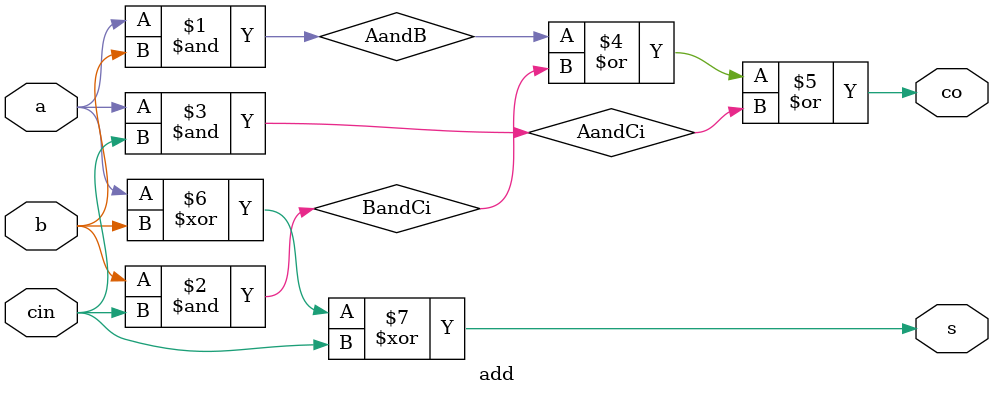
<source format=sv>
/*************************************************************************************************************
*
*  Copyright 2021 BYU Configurable Computing Lab
*
*  Permission is hereby granted, free of charge, to any person obtaining a copy of this software and 
*  associated documentation files (the "Software"), to deal in the Software without restriction, including 
*  without limitation the rights to use, copy, modify, merge, publish, distribute, sublicense, and/or sell 
*  copies of the Software, and to permit persons to whom the Software is furnished to do so, subject to the 
*  following conditions:
*
*  The above copyright notice and this permission notice shall be included in all copies or substantial 
*  portions of the Software.
*
*  THE SOFTWARE IS PROVIDED "AS IS", WITHOUT WARRANTY OF ANY KIND, EXPRESS OR IMPLIED, INCLUDING BUT NOT 
*  LIMITED TO THE WARRANTIES OF MERCHANTABILITY, FITNESS FOR A PARTICULAR PURPOSE AND NONINFRINGEMENT. IN NO 
*  EVENT SHALL THE AUTHORS OR COPYRIGHT HOLDERS BE LIABLE FOR ANY CLAIM, DAMAGES OR OTHER LIABILITY, WHETHER 
*  IN AN ACTION OF CONTRACT, TORT OR OTHERWISE, ARISING FROM, OUT OF OR IN CONNECTION WITH THE SOFTWARE OR 
*  THE USE OR OTHER DEALINGS IN THE SOFTWARE.
*
**************************************************************************************************************/

/*************************************************************************************************************
*
*  Module Description: A single bit adder
*
**************************************************************************************************************/

`default_nettype none
module add(
    input wire logic a,
    input wire logic b,
    input wire logic cin,
    output logic co,
    output logic s
    );
    
    logic AandB, BandCi, AandCi;
    
    and(AandB, a, b);
    and(BandCi, b, cin);
    and(AandCi, a, cin);
    or(co, AandB, BandCi, AandCi);
    xor(s, a, b, cin);
    
    
endmodule

</source>
